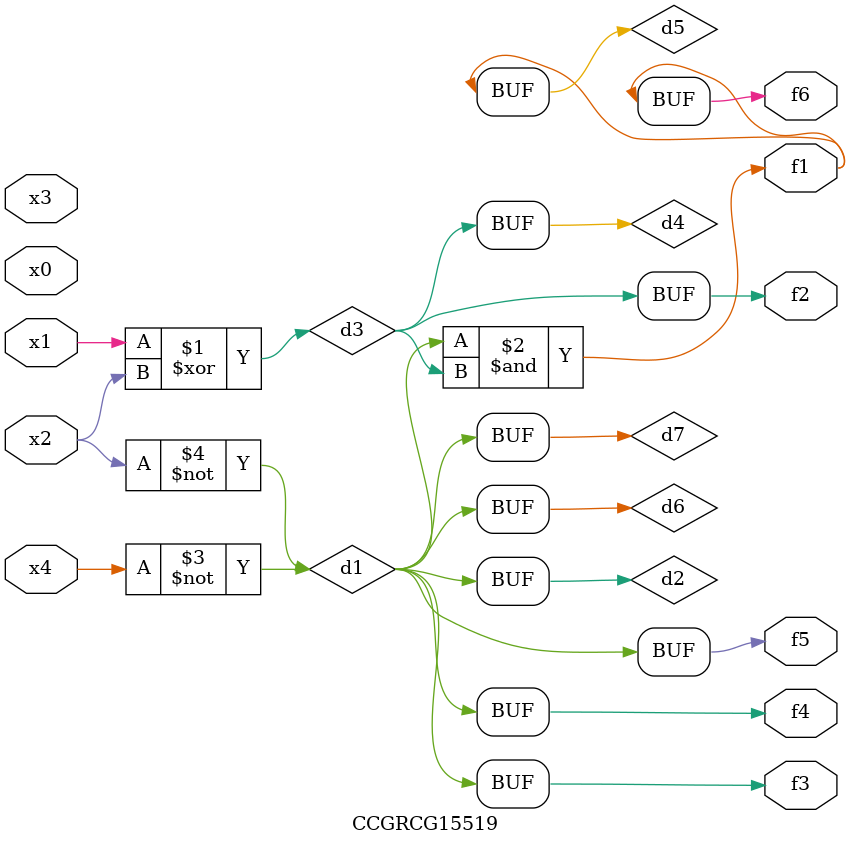
<source format=v>
module CCGRCG15519(
	input x0, x1, x2, x3, x4,
	output f1, f2, f3, f4, f5, f6
);

	wire d1, d2, d3, d4, d5, d6, d7;

	not (d1, x4);
	not (d2, x2);
	xor (d3, x1, x2);
	buf (d4, d3);
	and (d5, d1, d3);
	buf (d6, d1, d2);
	buf (d7, d2);
	assign f1 = d5;
	assign f2 = d4;
	assign f3 = d7;
	assign f4 = d7;
	assign f5 = d7;
	assign f6 = d5;
endmodule

</source>
